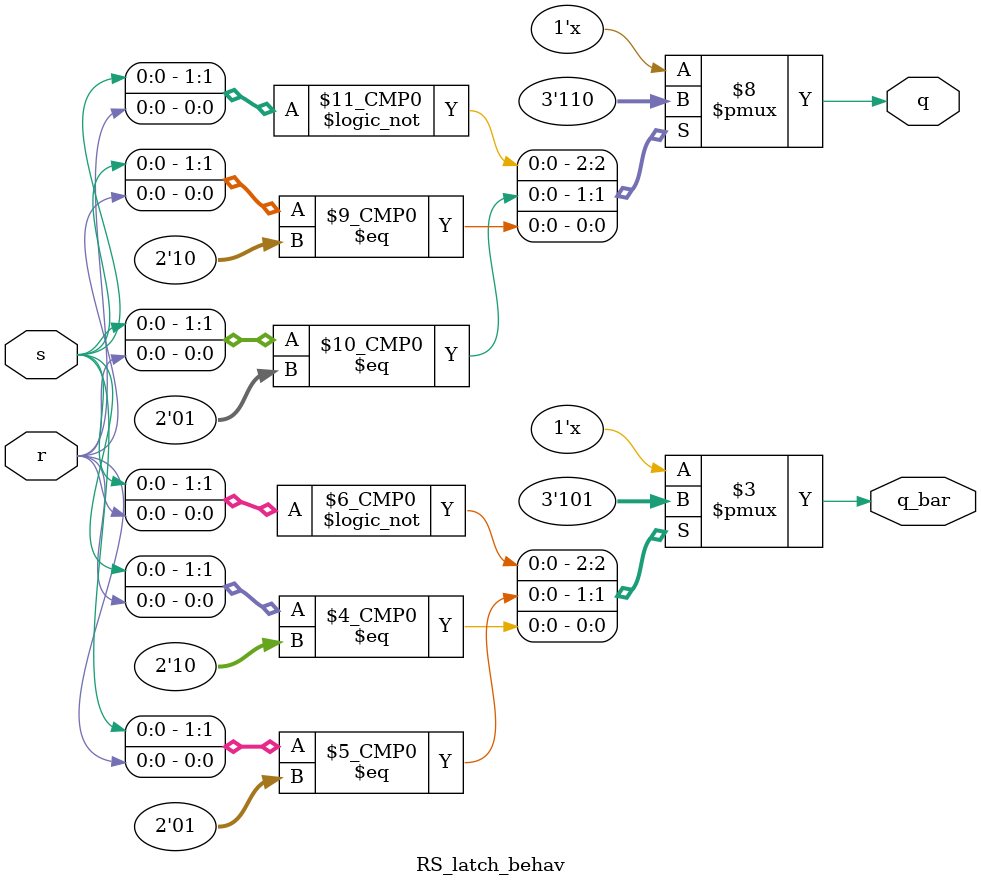
<source format=v>
module RS_latch_behav (
    input s, r,
    output reg q, q_bar
);
    always @(*) begin
        case ({s,r})
            2'b00: begin q = 1; q_bar = 1; end
            2'b01: begin q = 1; q_bar = 0; end
            2'b10: begin q = 0; q_bar = 1; end
            2'b11: begin q = 1'bx; q_bar = 1'bx; end
        endcase
    end
endmodule
</source>
